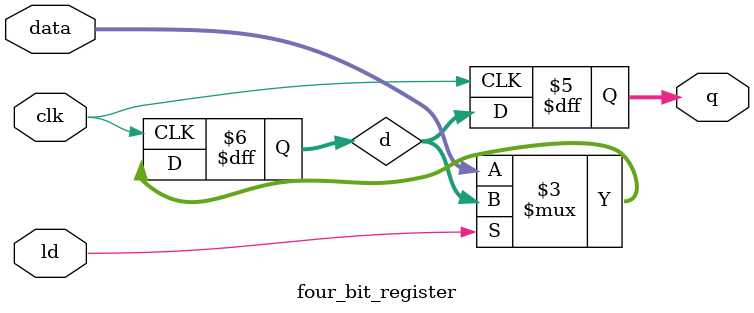
<source format=sv>
module four_bit_register(input logic [3:0] data,
                         input logic clk,
								 input logic ld,
                         output logic [3:0] q);
  logic [3:0] d;
  
  always_ff @ (posedge clk) begin
    if (~ld) // if LOAD
		d <= data;
		
	 q <= d;
  end
endmodule
</source>
